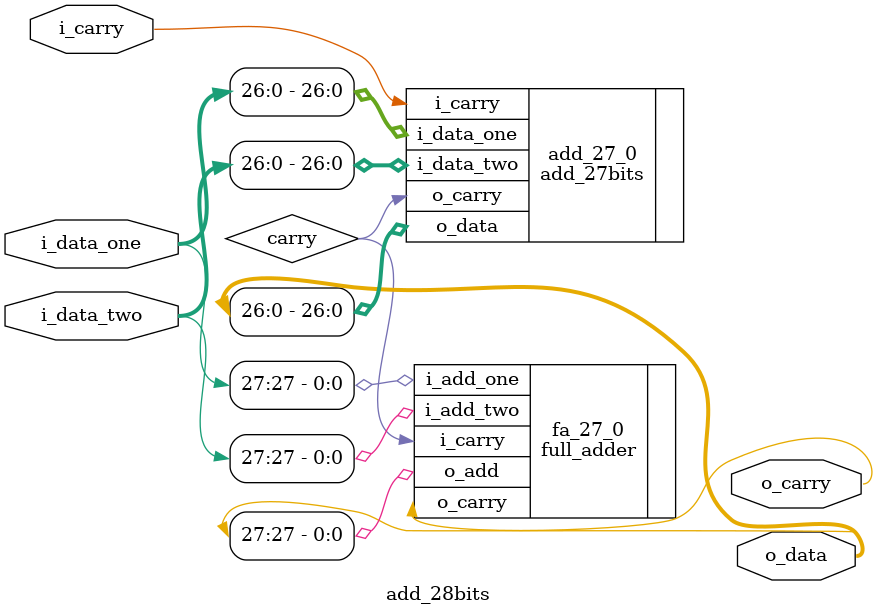
<source format=sv>
module add_28bits(
  input logic  [27:0] i_data_one,
  input logic  [27:0] i_data_two,
  input logic         i_carry,
  
  output logic [27:0] o_data,
  output logic        o_carry
);

  logic carry;

  add_27bits add_27_0(
    .i_data_one (i_data_one[26:0]),
    .i_data_two (i_data_two[26:0]),
    .i_carry    (i_carry),
    .o_data     (o_data[26:0]),
    .o_carry    (carry)
  );
  
  full_adder fa_27_0(
    .i_add_one (i_data_one[27]),
    .i_add_two (i_data_two[27]),
    .i_carry   (carry),
    .o_add     (o_data[27]),
    .o_carry   (o_carry)
  );

endmodule
</source>
